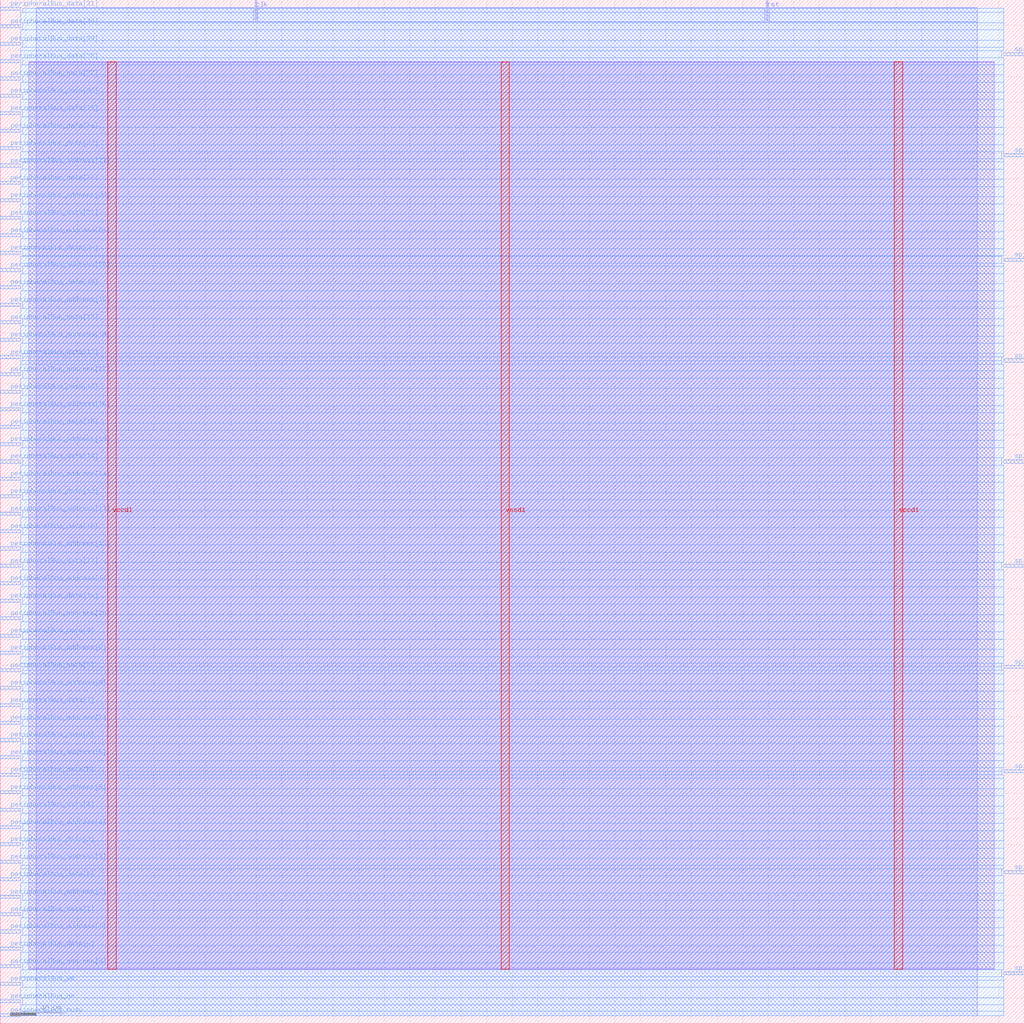
<source format=lef>
VERSION 5.7 ;
  NOWIREEXTENSIONATPIN ON ;
  DIVIDERCHAR "/" ;
  BUSBITCHARS "[]" ;
MACRO SPI
  CLASS BLOCK ;
  FOREIGN SPI ;
  ORIGIN 0.000 0.000 ;
  SIZE 200.000 BY 200.000 ;
  PIN clk
    DIRECTION INPUT ;
    USE SIGNAL ;
    PORT
      LAYER met2 ;
        RECT 49.770 196.000 50.050 200.000 ;
    END
  END clk
  PIN peripheralBus_address[0]
    DIRECTION INPUT ;
    USE SIGNAL ;
    PORT
      LAYER met3 ;
        RECT 0.000 10.920 4.000 11.520 ;
    END
  END peripheralBus_address[0]
  PIN peripheralBus_address[10]
    DIRECTION INPUT ;
    USE SIGNAL ;
    PORT
      LAYER met3 ;
        RECT 0.000 78.920 4.000 79.520 ;
    END
  END peripheralBus_address[10]
  PIN peripheralBus_address[11]
    DIRECTION INPUT ;
    USE SIGNAL ;
    PORT
      LAYER met3 ;
        RECT 0.000 85.720 4.000 86.320 ;
    END
  END peripheralBus_address[11]
  PIN peripheralBus_address[12]
    DIRECTION INPUT ;
    USE SIGNAL ;
    PORT
      LAYER met3 ;
        RECT 0.000 92.520 4.000 93.120 ;
    END
  END peripheralBus_address[12]
  PIN peripheralBus_address[13]
    DIRECTION INPUT ;
    USE SIGNAL ;
    PORT
      LAYER met3 ;
        RECT 0.000 99.320 4.000 99.920 ;
    END
  END peripheralBus_address[13]
  PIN peripheralBus_address[14]
    DIRECTION INPUT ;
    USE SIGNAL ;
    PORT
      LAYER met3 ;
        RECT 0.000 106.120 4.000 106.720 ;
    END
  END peripheralBus_address[14]
  PIN peripheralBus_address[15]
    DIRECTION INPUT ;
    USE SIGNAL ;
    PORT
      LAYER met3 ;
        RECT 0.000 112.920 4.000 113.520 ;
    END
  END peripheralBus_address[15]
  PIN peripheralBus_address[16]
    DIRECTION INPUT ;
    USE SIGNAL ;
    PORT
      LAYER met3 ;
        RECT 0.000 119.720 4.000 120.320 ;
    END
  END peripheralBus_address[16]
  PIN peripheralBus_address[17]
    DIRECTION INPUT ;
    USE SIGNAL ;
    PORT
      LAYER met3 ;
        RECT 0.000 126.520 4.000 127.120 ;
    END
  END peripheralBus_address[17]
  PIN peripheralBus_address[18]
    DIRECTION INPUT ;
    USE SIGNAL ;
    PORT
      LAYER met3 ;
        RECT 0.000 133.320 4.000 133.920 ;
    END
  END peripheralBus_address[18]
  PIN peripheralBus_address[19]
    DIRECTION INPUT ;
    USE SIGNAL ;
    PORT
      LAYER met3 ;
        RECT 0.000 140.120 4.000 140.720 ;
    END
  END peripheralBus_address[19]
  PIN peripheralBus_address[1]
    DIRECTION INPUT ;
    USE SIGNAL ;
    PORT
      LAYER met3 ;
        RECT 0.000 17.720 4.000 18.320 ;
    END
  END peripheralBus_address[1]
  PIN peripheralBus_address[20]
    DIRECTION INPUT ;
    USE SIGNAL ;
    PORT
      LAYER met3 ;
        RECT 0.000 146.920 4.000 147.520 ;
    END
  END peripheralBus_address[20]
  PIN peripheralBus_address[21]
    DIRECTION INPUT ;
    USE SIGNAL ;
    PORT
      LAYER met3 ;
        RECT 0.000 153.720 4.000 154.320 ;
    END
  END peripheralBus_address[21]
  PIN peripheralBus_address[22]
    DIRECTION INPUT ;
    USE SIGNAL ;
    PORT
      LAYER met3 ;
        RECT 0.000 160.520 4.000 161.120 ;
    END
  END peripheralBus_address[22]
  PIN peripheralBus_address[23]
    DIRECTION INPUT ;
    USE SIGNAL ;
    PORT
      LAYER met3 ;
        RECT 0.000 167.320 4.000 167.920 ;
    END
  END peripheralBus_address[23]
  PIN peripheralBus_address[2]
    DIRECTION INPUT ;
    USE SIGNAL ;
    PORT
      LAYER met3 ;
        RECT 0.000 24.520 4.000 25.120 ;
    END
  END peripheralBus_address[2]
  PIN peripheralBus_address[3]
    DIRECTION INPUT ;
    USE SIGNAL ;
    PORT
      LAYER met3 ;
        RECT 0.000 31.320 4.000 31.920 ;
    END
  END peripheralBus_address[3]
  PIN peripheralBus_address[4]
    DIRECTION INPUT ;
    USE SIGNAL ;
    PORT
      LAYER met3 ;
        RECT 0.000 38.120 4.000 38.720 ;
    END
  END peripheralBus_address[4]
  PIN peripheralBus_address[5]
    DIRECTION INPUT ;
    USE SIGNAL ;
    PORT
      LAYER met3 ;
        RECT 0.000 44.920 4.000 45.520 ;
    END
  END peripheralBus_address[5]
  PIN peripheralBus_address[6]
    DIRECTION INPUT ;
    USE SIGNAL ;
    PORT
      LAYER met3 ;
        RECT 0.000 51.720 4.000 52.320 ;
    END
  END peripheralBus_address[6]
  PIN peripheralBus_address[7]
    DIRECTION INPUT ;
    USE SIGNAL ;
    PORT
      LAYER met3 ;
        RECT 0.000 58.520 4.000 59.120 ;
    END
  END peripheralBus_address[7]
  PIN peripheralBus_address[8]
    DIRECTION INPUT ;
    USE SIGNAL ;
    PORT
      LAYER met3 ;
        RECT 0.000 65.320 4.000 65.920 ;
    END
  END peripheralBus_address[8]
  PIN peripheralBus_address[9]
    DIRECTION INPUT ;
    USE SIGNAL ;
    PORT
      LAYER met3 ;
        RECT 0.000 72.120 4.000 72.720 ;
    END
  END peripheralBus_address[9]
  PIN peripheralBus_busy
    DIRECTION OUTPUT TRISTATE ;
    USE SIGNAL ;
    PORT
      LAYER met3 ;
        RECT 0.000 1.400 4.000 2.000 ;
    END
  END peripheralBus_busy
  PIN peripheralBus_data[0]
    DIRECTION INOUT ;
    USE SIGNAL ;
    PORT
      LAYER met3 ;
        RECT 0.000 14.320 4.000 14.920 ;
    END
  END peripheralBus_data[0]
  PIN peripheralBus_data[10]
    DIRECTION INOUT ;
    USE SIGNAL ;
    PORT
      LAYER met3 ;
        RECT 0.000 82.320 4.000 82.920 ;
    END
  END peripheralBus_data[10]
  PIN peripheralBus_data[11]
    DIRECTION INOUT ;
    USE SIGNAL ;
    PORT
      LAYER met3 ;
        RECT 0.000 89.120 4.000 89.720 ;
    END
  END peripheralBus_data[11]
  PIN peripheralBus_data[12]
    DIRECTION INOUT ;
    USE SIGNAL ;
    PORT
      LAYER met3 ;
        RECT 0.000 95.920 4.000 96.520 ;
    END
  END peripheralBus_data[12]
  PIN peripheralBus_data[13]
    DIRECTION INOUT ;
    USE SIGNAL ;
    PORT
      LAYER met3 ;
        RECT 0.000 102.720 4.000 103.320 ;
    END
  END peripheralBus_data[13]
  PIN peripheralBus_data[14]
    DIRECTION INOUT ;
    USE SIGNAL ;
    PORT
      LAYER met3 ;
        RECT 0.000 109.520 4.000 110.120 ;
    END
  END peripheralBus_data[14]
  PIN peripheralBus_data[15]
    DIRECTION INOUT ;
    USE SIGNAL ;
    PORT
      LAYER met3 ;
        RECT 0.000 116.320 4.000 116.920 ;
    END
  END peripheralBus_data[15]
  PIN peripheralBus_data[16]
    DIRECTION INOUT ;
    USE SIGNAL ;
    PORT
      LAYER met3 ;
        RECT 0.000 123.120 4.000 123.720 ;
    END
  END peripheralBus_data[16]
  PIN peripheralBus_data[17]
    DIRECTION INOUT ;
    USE SIGNAL ;
    PORT
      LAYER met3 ;
        RECT 0.000 129.920 4.000 130.520 ;
    END
  END peripheralBus_data[17]
  PIN peripheralBus_data[18]
    DIRECTION INOUT ;
    USE SIGNAL ;
    PORT
      LAYER met3 ;
        RECT 0.000 136.720 4.000 137.320 ;
    END
  END peripheralBus_data[18]
  PIN peripheralBus_data[19]
    DIRECTION INOUT ;
    USE SIGNAL ;
    PORT
      LAYER met3 ;
        RECT 0.000 143.520 4.000 144.120 ;
    END
  END peripheralBus_data[19]
  PIN peripheralBus_data[1]
    DIRECTION INOUT ;
    USE SIGNAL ;
    PORT
      LAYER met3 ;
        RECT 0.000 21.120 4.000 21.720 ;
    END
  END peripheralBus_data[1]
  PIN peripheralBus_data[20]
    DIRECTION INOUT ;
    USE SIGNAL ;
    PORT
      LAYER met3 ;
        RECT 0.000 150.320 4.000 150.920 ;
    END
  END peripheralBus_data[20]
  PIN peripheralBus_data[21]
    DIRECTION INOUT ;
    USE SIGNAL ;
    PORT
      LAYER met3 ;
        RECT 0.000 157.120 4.000 157.720 ;
    END
  END peripheralBus_data[21]
  PIN peripheralBus_data[22]
    DIRECTION INOUT ;
    USE SIGNAL ;
    PORT
      LAYER met3 ;
        RECT 0.000 163.920 4.000 164.520 ;
    END
  END peripheralBus_data[22]
  PIN peripheralBus_data[23]
    DIRECTION INOUT ;
    USE SIGNAL ;
    PORT
      LAYER met3 ;
        RECT 0.000 170.720 4.000 171.320 ;
    END
  END peripheralBus_data[23]
  PIN peripheralBus_data[24]
    DIRECTION INOUT ;
    USE SIGNAL ;
    PORT
      LAYER met3 ;
        RECT 0.000 174.120 4.000 174.720 ;
    END
  END peripheralBus_data[24]
  PIN peripheralBus_data[25]
    DIRECTION INOUT ;
    USE SIGNAL ;
    PORT
      LAYER met3 ;
        RECT 0.000 177.520 4.000 178.120 ;
    END
  END peripheralBus_data[25]
  PIN peripheralBus_data[26]
    DIRECTION INOUT ;
    USE SIGNAL ;
    PORT
      LAYER met3 ;
        RECT 0.000 180.920 4.000 181.520 ;
    END
  END peripheralBus_data[26]
  PIN peripheralBus_data[27]
    DIRECTION INOUT ;
    USE SIGNAL ;
    PORT
      LAYER met3 ;
        RECT 0.000 184.320 4.000 184.920 ;
    END
  END peripheralBus_data[27]
  PIN peripheralBus_data[28]
    DIRECTION INOUT ;
    USE SIGNAL ;
    PORT
      LAYER met3 ;
        RECT 0.000 187.720 4.000 188.320 ;
    END
  END peripheralBus_data[28]
  PIN peripheralBus_data[29]
    DIRECTION INOUT ;
    USE SIGNAL ;
    PORT
      LAYER met3 ;
        RECT 0.000 191.120 4.000 191.720 ;
    END
  END peripheralBus_data[29]
  PIN peripheralBus_data[2]
    DIRECTION INOUT ;
    USE SIGNAL ;
    PORT
      LAYER met3 ;
        RECT 0.000 27.920 4.000 28.520 ;
    END
  END peripheralBus_data[2]
  PIN peripheralBus_data[30]
    DIRECTION INOUT ;
    USE SIGNAL ;
    PORT
      LAYER met3 ;
        RECT 0.000 194.520 4.000 195.120 ;
    END
  END peripheralBus_data[30]
  PIN peripheralBus_data[31]
    DIRECTION INOUT ;
    USE SIGNAL ;
    PORT
      LAYER met3 ;
        RECT 0.000 197.920 4.000 198.520 ;
    END
  END peripheralBus_data[31]
  PIN peripheralBus_data[3]
    DIRECTION INOUT ;
    USE SIGNAL ;
    PORT
      LAYER met3 ;
        RECT 0.000 34.720 4.000 35.320 ;
    END
  END peripheralBus_data[3]
  PIN peripheralBus_data[4]
    DIRECTION INOUT ;
    USE SIGNAL ;
    PORT
      LAYER met3 ;
        RECT 0.000 41.520 4.000 42.120 ;
    END
  END peripheralBus_data[4]
  PIN peripheralBus_data[5]
    DIRECTION INOUT ;
    USE SIGNAL ;
    PORT
      LAYER met3 ;
        RECT 0.000 48.320 4.000 48.920 ;
    END
  END peripheralBus_data[5]
  PIN peripheralBus_data[6]
    DIRECTION INOUT ;
    USE SIGNAL ;
    PORT
      LAYER met3 ;
        RECT 0.000 55.120 4.000 55.720 ;
    END
  END peripheralBus_data[6]
  PIN peripheralBus_data[7]
    DIRECTION INOUT ;
    USE SIGNAL ;
    PORT
      LAYER met3 ;
        RECT 0.000 61.920 4.000 62.520 ;
    END
  END peripheralBus_data[7]
  PIN peripheralBus_data[8]
    DIRECTION INOUT ;
    USE SIGNAL ;
    PORT
      LAYER met3 ;
        RECT 0.000 68.720 4.000 69.320 ;
    END
  END peripheralBus_data[8]
  PIN peripheralBus_data[9]
    DIRECTION INOUT ;
    USE SIGNAL ;
    PORT
      LAYER met3 ;
        RECT 0.000 75.520 4.000 76.120 ;
    END
  END peripheralBus_data[9]
  PIN peripheralBus_oe
    DIRECTION INPUT ;
    USE SIGNAL ;
    PORT
      LAYER met3 ;
        RECT 0.000 4.120 4.000 4.720 ;
    END
  END peripheralBus_oe
  PIN peripheralBus_we
    DIRECTION INPUT ;
    USE SIGNAL ;
    PORT
      LAYER met3 ;
        RECT 0.000 7.520 4.000 8.120 ;
    END
  END peripheralBus_we
  PIN rst
    DIRECTION INPUT ;
    USE SIGNAL ;
    PORT
      LAYER met2 ;
        RECT 149.590 196.000 149.870 200.000 ;
    END
  END rst
  PIN spi_clk[0]
    DIRECTION OUTPUT TRISTATE ;
    USE SIGNAL ;
    PORT
      LAYER met3 ;
        RECT 196.000 9.560 200.000 10.160 ;
    END
  END spi_clk[0]
  PIN spi_clk[1]
    DIRECTION OUTPUT TRISTATE ;
    USE SIGNAL ;
    PORT
      LAYER met3 ;
        RECT 196.000 109.520 200.000 110.120 ;
    END
  END spi_clk[1]
  PIN spi_cs[0]
    DIRECTION OUTPUT TRISTATE ;
    USE SIGNAL ;
    PORT
      LAYER met3 ;
        RECT 196.000 29.280 200.000 29.880 ;
    END
  END spi_cs[0]
  PIN spi_cs[1]
    DIRECTION OUTPUT TRISTATE ;
    USE SIGNAL ;
    PORT
      LAYER met3 ;
        RECT 196.000 129.240 200.000 129.840 ;
    END
  END spi_cs[1]
  PIN spi_en[0]
    DIRECTION OUTPUT TRISTATE ;
    USE SIGNAL ;
    PORT
      LAYER met3 ;
        RECT 196.000 49.000 200.000 49.600 ;
    END
  END spi_en[0]
  PIN spi_en[1]
    DIRECTION OUTPUT TRISTATE ;
    USE SIGNAL ;
    PORT
      LAYER met3 ;
        RECT 196.000 148.960 200.000 149.560 ;
    END
  END spi_en[1]
  PIN spi_miso[0]
    DIRECTION INPUT ;
    USE SIGNAL ;
    PORT
      LAYER met3 ;
        RECT 196.000 69.400 200.000 70.000 ;
    END
  END spi_miso[0]
  PIN spi_miso[1]
    DIRECTION INPUT ;
    USE SIGNAL ;
    PORT
      LAYER met3 ;
        RECT 196.000 169.360 200.000 169.960 ;
    END
  END spi_miso[1]
  PIN spi_mosi[0]
    DIRECTION OUTPUT TRISTATE ;
    USE SIGNAL ;
    PORT
      LAYER met3 ;
        RECT 196.000 89.120 200.000 89.720 ;
    END
  END spi_mosi[0]
  PIN spi_mosi[1]
    DIRECTION OUTPUT TRISTATE ;
    USE SIGNAL ;
    PORT
      LAYER met3 ;
        RECT 196.000 189.080 200.000 189.680 ;
    END
  END spi_mosi[1]
  PIN vccd1
    DIRECTION INPUT ;
    USE POWER ;
    PORT
      LAYER met4 ;
        RECT 21.040 10.640 22.640 187.920 ;
    END
    PORT
      LAYER met4 ;
        RECT 174.640 10.640 176.240 187.920 ;
    END
  END vccd1
  PIN vssd1
    DIRECTION INPUT ;
    USE GROUND ;
    PORT
      LAYER met4 ;
        RECT 97.840 10.640 99.440 187.920 ;
    END
  END vssd1
  OBS
      LAYER li1 ;
        RECT 5.520 10.795 194.120 187.765 ;
      LAYER met1 ;
        RECT 5.520 10.640 194.120 187.920 ;
      LAYER met2 ;
        RECT 6.990 195.720 49.490 198.405 ;
        RECT 50.330 195.720 149.310 198.405 ;
        RECT 150.150 195.720 190.810 198.405 ;
        RECT 6.990 1.515 190.810 195.720 ;
      LAYER met3 ;
        RECT 4.400 197.520 196.000 198.385 ;
        RECT 4.000 195.520 196.000 197.520 ;
        RECT 4.400 194.120 196.000 195.520 ;
        RECT 4.000 192.120 196.000 194.120 ;
        RECT 4.400 190.720 196.000 192.120 ;
        RECT 4.000 190.080 196.000 190.720 ;
        RECT 4.000 188.720 195.600 190.080 ;
        RECT 4.400 188.680 195.600 188.720 ;
        RECT 4.400 187.320 196.000 188.680 ;
        RECT 4.000 185.320 196.000 187.320 ;
        RECT 4.400 183.920 196.000 185.320 ;
        RECT 4.000 181.920 196.000 183.920 ;
        RECT 4.400 180.520 196.000 181.920 ;
        RECT 4.000 178.520 196.000 180.520 ;
        RECT 4.400 177.120 196.000 178.520 ;
        RECT 4.000 175.120 196.000 177.120 ;
        RECT 4.400 173.720 196.000 175.120 ;
        RECT 4.000 171.720 196.000 173.720 ;
        RECT 4.400 170.360 196.000 171.720 ;
        RECT 4.400 170.320 195.600 170.360 ;
        RECT 4.000 168.960 195.600 170.320 ;
        RECT 4.000 168.320 196.000 168.960 ;
        RECT 4.400 166.920 196.000 168.320 ;
        RECT 4.000 164.920 196.000 166.920 ;
        RECT 4.400 163.520 196.000 164.920 ;
        RECT 4.000 161.520 196.000 163.520 ;
        RECT 4.400 160.120 196.000 161.520 ;
        RECT 4.000 158.120 196.000 160.120 ;
        RECT 4.400 156.720 196.000 158.120 ;
        RECT 4.000 154.720 196.000 156.720 ;
        RECT 4.400 153.320 196.000 154.720 ;
        RECT 4.000 151.320 196.000 153.320 ;
        RECT 4.400 149.960 196.000 151.320 ;
        RECT 4.400 149.920 195.600 149.960 ;
        RECT 4.000 148.560 195.600 149.920 ;
        RECT 4.000 147.920 196.000 148.560 ;
        RECT 4.400 146.520 196.000 147.920 ;
        RECT 4.000 144.520 196.000 146.520 ;
        RECT 4.400 143.120 196.000 144.520 ;
        RECT 4.000 141.120 196.000 143.120 ;
        RECT 4.400 139.720 196.000 141.120 ;
        RECT 4.000 137.720 196.000 139.720 ;
        RECT 4.400 136.320 196.000 137.720 ;
        RECT 4.000 134.320 196.000 136.320 ;
        RECT 4.400 132.920 196.000 134.320 ;
        RECT 4.000 130.920 196.000 132.920 ;
        RECT 4.400 130.240 196.000 130.920 ;
        RECT 4.400 129.520 195.600 130.240 ;
        RECT 4.000 128.840 195.600 129.520 ;
        RECT 4.000 127.520 196.000 128.840 ;
        RECT 4.400 126.120 196.000 127.520 ;
        RECT 4.000 124.120 196.000 126.120 ;
        RECT 4.400 122.720 196.000 124.120 ;
        RECT 4.000 120.720 196.000 122.720 ;
        RECT 4.400 119.320 196.000 120.720 ;
        RECT 4.000 117.320 196.000 119.320 ;
        RECT 4.400 115.920 196.000 117.320 ;
        RECT 4.000 113.920 196.000 115.920 ;
        RECT 4.400 112.520 196.000 113.920 ;
        RECT 4.000 110.520 196.000 112.520 ;
        RECT 4.400 109.120 195.600 110.520 ;
        RECT 4.000 107.120 196.000 109.120 ;
        RECT 4.400 105.720 196.000 107.120 ;
        RECT 4.000 103.720 196.000 105.720 ;
        RECT 4.400 102.320 196.000 103.720 ;
        RECT 4.000 100.320 196.000 102.320 ;
        RECT 4.400 98.920 196.000 100.320 ;
        RECT 4.000 96.920 196.000 98.920 ;
        RECT 4.400 95.520 196.000 96.920 ;
        RECT 4.000 93.520 196.000 95.520 ;
        RECT 4.400 92.120 196.000 93.520 ;
        RECT 4.000 90.120 196.000 92.120 ;
        RECT 4.400 88.720 195.600 90.120 ;
        RECT 4.000 86.720 196.000 88.720 ;
        RECT 4.400 85.320 196.000 86.720 ;
        RECT 4.000 83.320 196.000 85.320 ;
        RECT 4.400 81.920 196.000 83.320 ;
        RECT 4.000 79.920 196.000 81.920 ;
        RECT 4.400 78.520 196.000 79.920 ;
        RECT 4.000 76.520 196.000 78.520 ;
        RECT 4.400 75.120 196.000 76.520 ;
        RECT 4.000 73.120 196.000 75.120 ;
        RECT 4.400 71.720 196.000 73.120 ;
        RECT 4.000 70.400 196.000 71.720 ;
        RECT 4.000 69.720 195.600 70.400 ;
        RECT 4.400 69.000 195.600 69.720 ;
        RECT 4.400 68.320 196.000 69.000 ;
        RECT 4.000 66.320 196.000 68.320 ;
        RECT 4.400 64.920 196.000 66.320 ;
        RECT 4.000 62.920 196.000 64.920 ;
        RECT 4.400 61.520 196.000 62.920 ;
        RECT 4.000 59.520 196.000 61.520 ;
        RECT 4.400 58.120 196.000 59.520 ;
        RECT 4.000 56.120 196.000 58.120 ;
        RECT 4.400 54.720 196.000 56.120 ;
        RECT 4.000 52.720 196.000 54.720 ;
        RECT 4.400 51.320 196.000 52.720 ;
        RECT 4.000 50.000 196.000 51.320 ;
        RECT 4.000 49.320 195.600 50.000 ;
        RECT 4.400 48.600 195.600 49.320 ;
        RECT 4.400 47.920 196.000 48.600 ;
        RECT 4.000 45.920 196.000 47.920 ;
        RECT 4.400 44.520 196.000 45.920 ;
        RECT 4.000 42.520 196.000 44.520 ;
        RECT 4.400 41.120 196.000 42.520 ;
        RECT 4.000 39.120 196.000 41.120 ;
        RECT 4.400 37.720 196.000 39.120 ;
        RECT 4.000 35.720 196.000 37.720 ;
        RECT 4.400 34.320 196.000 35.720 ;
        RECT 4.000 32.320 196.000 34.320 ;
        RECT 4.400 30.920 196.000 32.320 ;
        RECT 4.000 30.280 196.000 30.920 ;
        RECT 4.000 28.920 195.600 30.280 ;
        RECT 4.400 28.880 195.600 28.920 ;
        RECT 4.400 27.520 196.000 28.880 ;
        RECT 4.000 25.520 196.000 27.520 ;
        RECT 4.400 24.120 196.000 25.520 ;
        RECT 4.000 22.120 196.000 24.120 ;
        RECT 4.400 20.720 196.000 22.120 ;
        RECT 4.000 18.720 196.000 20.720 ;
        RECT 4.400 17.320 196.000 18.720 ;
        RECT 4.000 15.320 196.000 17.320 ;
        RECT 4.400 13.920 196.000 15.320 ;
        RECT 4.000 11.920 196.000 13.920 ;
        RECT 4.400 10.560 196.000 11.920 ;
        RECT 4.400 10.520 195.600 10.560 ;
        RECT 4.000 9.160 195.600 10.520 ;
        RECT 4.000 8.520 196.000 9.160 ;
        RECT 4.400 7.120 196.000 8.520 ;
        RECT 4.000 5.120 196.000 7.120 ;
        RECT 4.400 3.720 196.000 5.120 ;
        RECT 4.000 2.400 196.000 3.720 ;
        RECT 4.400 1.535 196.000 2.400 ;
  END
END SPI
END LIBRARY


</source>
